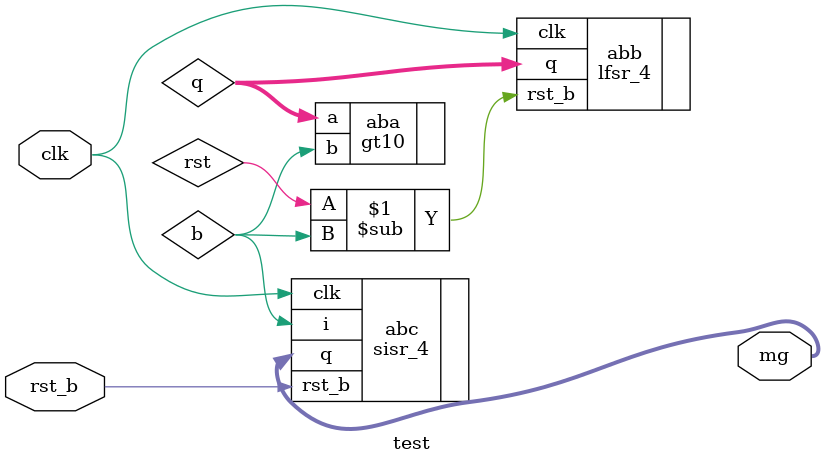
<source format=v>
module test(
input clk,
input rst_b,
output [3:0] mg);

wire [3:0] q;
wire b;

lfsr_4 abb (
.clk(clk),
.rst_b(rst-b),
.q(q));

gt10 aba (
.a(q),
.b(b));

sisr_4 abc (
.i(b),
.clk(clk),
.rst_b(rst_b),
.q(mg));


endmodule
</source>
